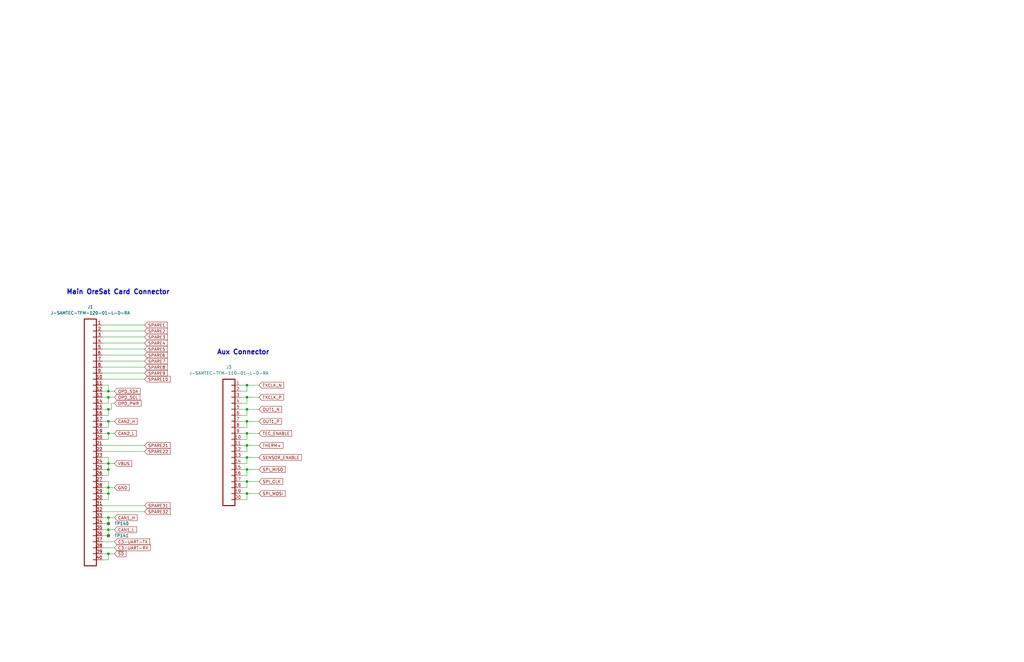
<source format=kicad_sch>
(kicad_sch (version 20230121) (generator eeschema)
  (paper "B")
  (lib_symbols
    (symbol "oresat-connectors:J-SAMTEC-TFM-110-01-L-D-RA" (pin_names hide)
      (property "Reference" "J" (at -2.54 53.34 0))
      (property "Value" "J-SAMTEC-TFM-110-01-L-D-RA" (at 0 -55.88 0))
      (symbol "J-SAMTEC-TFM-110-01-L-D-RA_0_1"
        (rectangle (start -2.54 50.8) (end 2.54 -2.54) (stroke (width 0.4)))
        (rectangle (start 2.413 0.127) (end 1.143 -0.127) (stroke (width 0.1524)))
        (rectangle (start 2.413 2.667) (end 1.143 2.413) (stroke (width 0.1524)))
        (rectangle (start 2.413 5.207) (end 1.143 4.953) (stroke (width 0.1524)))
        (rectangle (start 2.413 7.747) (end 1.143 7.493) (stroke (width 0.1524)))
        (rectangle (start 2.413 10.287) (end 1.143 10.033) (stroke (width 0.1524)))
        (rectangle (start 2.413 12.827) (end 1.143 12.573) (stroke (width 0.1524)))
        (rectangle (start 2.413 15.367) (end 1.143 15.113) (stroke (width 0.1524)))
        (rectangle (start 2.413 17.907) (end 1.143 17.653) (stroke (width 0.1524)))
        (rectangle (start 2.413 20.447) (end 1.143 20.193) (stroke (width 0.1524)))
        (rectangle (start 2.413 22.987) (end 1.143 22.733) (stroke (width 0.1524)))
        (rectangle (start 2.413 25.527) (end 1.143 25.273) (stroke (width 0.1524)))
        (rectangle (start 2.413 28.067) (end 1.143 27.813) (stroke (width 0.1524)))
        (rectangle (start 2.413 30.607) (end 1.143 30.353) (stroke (width 0.1524)))
        (rectangle (start 2.413 33.147) (end 1.143 32.893) (stroke (width 0.1524)))
        (rectangle (start 2.413 35.687) (end 1.143 35.433) (stroke (width 0.1524)))
        (rectangle (start 2.413 38.227) (end 1.143 37.973) (stroke (width 0.1524)))
        (rectangle (start 2.413 40.767) (end 1.143 40.513) (stroke (width 0.1524)))
        (rectangle (start 2.413 43.307) (end 1.143 43.053) (stroke (width 0.1524)))
        (rectangle (start 2.413 45.847) (end 1.143 45.593) (stroke (width 0.1524)))
        (rectangle (start 2.413 48.387) (end 1.143 48.133) (stroke (width 0.1524)))
      )
      (symbol "J-SAMTEC-TFM-110-01-L-D-RA_1_1"
        (pin passive line (at 5.08 48.26 180) (length 2.54) (name "") (number "1"))
        (pin passive line (at 5.08 25.4 180) (length 2.54) (name "") (number "10"))
        (pin passive line (at 5.08 22.86 180) (length 2.54) (name "") (number "11"))
        (pin passive line (at 5.08 20.32 180) (length 2.54) (name "") (number "12"))
        (pin passive line (at 5.08 17.78 180) (length 2.54) (name "") (number "13"))
        (pin passive line (at 5.08 15.24 180) (length 2.54) (name "") (number "14"))
        (pin passive line (at 5.08 12.7 180) (length 2.54) (name "") (number "15"))
        (pin passive line (at 5.08 10.16 180) (length 2.54) (name "") (number "16"))
        (pin passive line (at 5.08 7.62 180) (length 2.54) (name "") (number "17"))
        (pin passive line (at 5.08 5.08 180) (length 2.54) (name "") (number "18"))
        (pin passive line (at 5.08 2.54 180) (length 2.54) (name "") (number "19"))
        (pin passive line (at 5.08 45.72 180) (length 2.54) (name "") (number "2"))
        (pin passive line (at 5.08 0 180) (length 2.54) (name "") (number "20"))
        (pin passive line (at 5.08 43.18 180) (length 2.54) (name "") (number "3"))
        (pin passive line (at 5.08 40.64 180) (length 2.54) (name "") (number "4"))
        (pin passive line (at 5.08 38.1 180) (length 2.54) (name "") (number "5"))
        (pin passive line (at 5.08 35.56 180) (length 2.54) (name "") (number "6"))
        (pin passive line (at 5.08 33.02 180) (length 2.54) (name "") (number "7"))
        (pin passive line (at 5.08 30.48 180) (length 2.54) (name "") (number "8"))
        (pin passive line (at 5.08 27.94 180) (length 2.54) (name "") (number "9"))
      )
    )
    (symbol "oresat-connectors:J-SAMTEC-TFM-120-01-L-D-RA" (pin_names hide)
      (property "Reference" "J" (at -2.54 53.34 0))
      (property "Value" "J-SAMTEC-TFM-120-01-L-D-RA" (at 0 -55.88 0))
      (symbol "J-SAMTEC-TFM-120-01-L-D-RA_0_1"
        (rectangle (start -2.54 50.8) (end 2.54 -53.34) (stroke (width 0.4)))
        (rectangle (start 2.413 -50.673) (end 1.143 -50.927) (stroke (width 0.1524)))
        (rectangle (start 2.413 -48.133) (end 1.143 -48.387) (stroke (width 0.1524)))
        (rectangle (start 2.413 -45.593) (end 1.143 -45.847) (stroke (width 0.1524)))
        (rectangle (start 2.413 -43.053) (end 1.143 -43.307) (stroke (width 0.1524)))
        (rectangle (start 2.413 -40.513) (end 1.143 -40.767) (stroke (width 0.1524)))
        (rectangle (start 2.413 -37.973) (end 1.143 -38.227) (stroke (width 0.1524)))
        (rectangle (start 2.413 -35.433) (end 1.143 -35.687) (stroke (width 0.1524)))
        (rectangle (start 2.413 -32.893) (end 1.143 -33.147) (stroke (width 0.1524)))
        (rectangle (start 2.413 -30.353) (end 1.143 -30.607) (stroke (width 0.1524)))
        (rectangle (start 2.413 -27.813) (end 1.143 -28.067) (stroke (width 0.1524)))
        (rectangle (start 2.413 -25.273) (end 1.143 -25.527) (stroke (width 0.1524)))
        (rectangle (start 2.413 -22.733) (end 1.143 -22.987) (stroke (width 0.1524)))
        (rectangle (start 2.413 -20.193) (end 1.143 -20.447) (stroke (width 0.1524)))
        (rectangle (start 2.413 -17.653) (end 1.143 -17.907) (stroke (width 0.1524)))
        (rectangle (start 2.413 -15.113) (end 1.143 -15.367) (stroke (width 0.1524)))
        (rectangle (start 2.413 -12.573) (end 1.143 -12.827) (stroke (width 0.1524)))
        (rectangle (start 2.413 -10.033) (end 1.143 -10.287) (stroke (width 0.1524)))
        (rectangle (start 2.413 -7.493) (end 1.143 -7.747) (stroke (width 0.1524)))
        (rectangle (start 2.413 -4.953) (end 1.143 -5.207) (stroke (width 0.1524)))
        (rectangle (start 2.413 -2.413) (end 1.143 -2.667) (stroke (width 0.1524)))
        (rectangle (start 2.413 0.127) (end 1.143 -0.127) (stroke (width 0.1524)))
        (rectangle (start 2.413 2.667) (end 1.143 2.413) (stroke (width 0.1524)))
        (rectangle (start 2.413 5.207) (end 1.143 4.953) (stroke (width 0.1524)))
        (rectangle (start 2.413 7.747) (end 1.143 7.493) (stroke (width 0.1524)))
        (rectangle (start 2.413 10.287) (end 1.143 10.033) (stroke (width 0.1524)))
        (rectangle (start 2.413 12.827) (end 1.143 12.573) (stroke (width 0.1524)))
        (rectangle (start 2.413 15.367) (end 1.143 15.113) (stroke (width 0.1524)))
        (rectangle (start 2.413 17.907) (end 1.143 17.653) (stroke (width 0.1524)))
        (rectangle (start 2.413 20.447) (end 1.143 20.193) (stroke (width 0.1524)))
        (rectangle (start 2.413 22.987) (end 1.143 22.733) (stroke (width 0.1524)))
        (rectangle (start 2.413 25.527) (end 1.143 25.273) (stroke (width 0.1524)))
        (rectangle (start 2.413 28.067) (end 1.143 27.813) (stroke (width 0.1524)))
        (rectangle (start 2.413 30.607) (end 1.143 30.353) (stroke (width 0.1524)))
        (rectangle (start 2.413 33.147) (end 1.143 32.893) (stroke (width 0.1524)))
        (rectangle (start 2.413 35.687) (end 1.143 35.433) (stroke (width 0.1524)))
        (rectangle (start 2.413 38.227) (end 1.143 37.973) (stroke (width 0.1524)))
        (rectangle (start 2.413 40.767) (end 1.143 40.513) (stroke (width 0.1524)))
        (rectangle (start 2.413 43.307) (end 1.143 43.053) (stroke (width 0.1524)))
        (rectangle (start 2.413 45.847) (end 1.143 45.593) (stroke (width 0.1524)))
        (rectangle (start 2.413 48.387) (end 1.143 48.133) (stroke (width 0.1524)))
      )
      (symbol "J-SAMTEC-TFM-120-01-L-D-RA_1_1"
        (pin passive line (at 5.08 48.26 180) (length 2.54) (name "") (number "1"))
        (pin passive line (at 5.08 25.4 180) (length 2.54) (name "") (number "10"))
        (pin passive line (at 5.08 22.86 180) (length 2.54) (name "") (number "11"))
        (pin passive line (at 5.08 20.32 180) (length 2.54) (name "") (number "12"))
        (pin passive line (at 5.08 17.78 180) (length 2.54) (name "") (number "13"))
        (pin passive line (at 5.08 15.24 180) (length 2.54) (name "") (number "14"))
        (pin passive line (at 5.08 12.7 180) (length 2.54) (name "") (number "15"))
        (pin passive line (at 5.08 10.16 180) (length 2.54) (name "") (number "16"))
        (pin passive line (at 5.08 7.62 180) (length 2.54) (name "") (number "17"))
        (pin passive line (at 5.08 5.08 180) (length 2.54) (name "") (number "18"))
        (pin passive line (at 5.08 2.54 180) (length 2.54) (name "") (number "19"))
        (pin passive line (at 5.08 45.72 180) (length 2.54) (name "") (number "2"))
        (pin passive line (at 5.08 0 180) (length 2.54) (name "") (number "20"))
        (pin passive line (at 5.08 -2.54 180) (length 2.54) (name "") (number "21"))
        (pin passive line (at 5.08 -5.08 180) (length 2.54) (name "") (number "22"))
        (pin passive line (at 5.08 -7.62 180) (length 2.54) (name "") (number "23"))
        (pin passive line (at 5.08 -10.16 180) (length 2.54) (name "") (number "24"))
        (pin passive line (at 5.08 -12.7 180) (length 2.54) (name "") (number "25"))
        (pin passive line (at 5.08 -15.24 180) (length 2.54) (name "") (number "26"))
        (pin passive line (at 5.08 -17.78 180) (length 2.54) (name "") (number "27"))
        (pin passive line (at 5.08 -20.32 180) (length 2.54) (name "") (number "28"))
        (pin passive line (at 5.08 -22.86 180) (length 2.54) (name "") (number "29"))
        (pin passive line (at 5.08 43.18 180) (length 2.54) (name "") (number "3"))
        (pin passive line (at 5.08 -25.4 180) (length 2.54) (name "") (number "30"))
        (pin passive line (at 5.08 -27.94 180) (length 2.54) (name "") (number "31"))
        (pin passive line (at 5.08 -30.48 180) (length 2.54) (name "") (number "32"))
        (pin passive line (at 5.08 -33.02 180) (length 2.54) (name "") (number "33"))
        (pin passive line (at 5.08 -35.56 180) (length 2.54) (name "") (number "34"))
        (pin passive line (at 5.08 -38.1 180) (length 2.54) (name "") (number "35"))
        (pin passive line (at 5.08 -40.64 180) (length 2.54) (name "") (number "36"))
        (pin passive line (at 5.08 -43.18 180) (length 2.54) (name "") (number "37"))
        (pin passive line (at 5.08 -45.72 180) (length 2.54) (name "") (number "38"))
        (pin passive line (at 5.08 -48.26 180) (length 2.54) (name "") (number "39"))
        (pin passive line (at 5.08 40.64 180) (length 2.54) (name "") (number "4"))
        (pin passive line (at 5.08 -50.8 180) (length 2.54) (name "") (number "40"))
        (pin passive line (at 5.08 38.1 180) (length 2.54) (name "") (number "5"))
        (pin passive line (at 5.08 35.56 180) (length 2.54) (name "") (number "6"))
        (pin passive line (at 5.08 33.02 180) (length 2.54) (name "") (number "7"))
        (pin passive line (at 5.08 30.48 180) (length 2.54) (name "") (number "8"))
        (pin passive line (at 5.08 27.94 180) (length 2.54) (name "") (number "9"))
      )
    )
    (symbol "oresat-misc:TestPoint-MinTH" (pin_numbers hide) (pin_names (offset 0.762) hide)
      (property "Reference" "TP" (at 0 2.54 0))
      (symbol "TestPoint-MinTH_0_1"
        (circle (center 0 0) (radius 0.635) (fill (type background)))
      )
      (symbol "TestPoint-MinTH_1_1"
        (pin passive line (at 0 0 270) (length 0) (name "1") (number "1"))
      )
    )
  )
  (junction (at 45.72 167.64))
  (junction (at 45.72 220.98))
  (junction (at 104.14 208.28))
  (junction (at 104.14 193.04))
  (junction (at 45.72 177.8))
  (junction (at 104.14 187.96))
  (junction (at 45.72 233.68))
  (junction (at 104.14 167.64))
  (junction (at 104.14 203.2))
  (junction (at 45.72 195.58))
  (junction (at 104.14 162.56))
  (junction (at 104.14 198.12))
  (junction (at 45.72 226.06))
  (junction (at 45.72 165.1))
  (junction (at 45.72 172.72))
  (junction (at 45.72 182.88))
  (junction (at 104.14 172.72))
  (junction (at 45.72 205.74))
  (junction (at 45.72 218.44))
  (junction (at 104.14 177.8))
  (junction (at 45.72 223.52))
  (junction (at 104.14 182.88))
  (junction (at 45.72 208.28))
  (junction (at 45.72 198.12))
  (wire (pts (xy 45.72 167.64) (xy 48.26 167.64)))
  (wire (pts (xy 45.72 165.1) (xy 48.26 165.1)))
  (wire (pts (xy 104.14 180.34) (xy 104.14 177.8)))
  (wire (pts (xy 45.72 193.04) (xy 45.72 195.58)))
  (wire (pts (xy 45.72 177.8) (xy 48.26 177.8)))
  (wire (pts (xy 45.72 195.58) (xy 48.26 195.58)))
  (wire (pts (xy 45.72 185.42) (xy 45.72 182.88)))
  (wire (pts (xy 104.14 205.74) (xy 104.14 203.2)))
  (wire (pts (xy 104.14 190.5) (xy 104.14 187.96)))
  (wire (pts (xy 101.6 200.66) (xy 104.14 200.66)))
  (wire (pts (xy 43.18 185.42) (xy 45.72 185.42)))
  (wire (pts (xy 43.18 152.4) (xy 60.96 152.4)))
  (wire (pts (xy 104.14 193.04) (xy 109.22 193.04)))
  (wire (pts (xy 43.18 231.14) (xy 48.26 231.14)))
  (wire (pts (xy 104.14 162.56) (xy 101.6 162.56)))
  (wire (pts (xy 45.72 205.74) (xy 48.26 205.74)))
  (wire (pts (xy 45.72 220.98) (xy 45.72 218.44)))
  (wire (pts (xy 43.18 193.04) (xy 45.72 193.04)))
  (wire (pts (xy 43.18 175.26) (xy 45.72 175.26)))
  (wire (pts (xy 104.14 165.1) (xy 104.14 162.56)))
  (wire (pts (xy 104.14 162.56) (xy 109.22 162.56)))
  (wire (pts (xy 104.14 203.2) (xy 109.22 203.2)))
  (wire (pts (xy 45.72 226.06) (xy 45.72 223.52)))
  (wire (pts (xy 104.14 195.58) (xy 104.14 193.04)))
  (wire (pts (xy 43.18 226.06) (xy 45.72 226.06)))
  (wire (pts (xy 43.18 205.74) (xy 45.72 205.74)))
  (wire (pts (xy 43.18 137.16) (xy 60.96 137.16)))
  (wire (pts (xy 43.18 139.7) (xy 60.96 139.7)))
  (wire (pts (xy 43.18 215.9) (xy 60.96 215.9)))
  (wire (pts (xy 101.6 205.74) (xy 104.14 205.74)))
  (wire (pts (xy 101.6 195.58) (xy 104.14 195.58)))
  (wire (pts (xy 43.18 223.52) (xy 45.72 223.52)))
  (wire (pts (xy 101.6 190.5) (xy 104.14 190.5)))
  (wire (pts (xy 104.14 198.12) (xy 109.22 198.12)))
  (wire (pts (xy 45.72 200.66) (xy 45.72 198.12)))
  (wire (pts (xy 101.6 185.42) (xy 104.14 185.42)))
  (wire (pts (xy 45.72 198.12) (xy 43.18 198.12)))
  (wire (pts (xy 46.99 172.72) (xy 46.99 170.18)))
  (wire (pts (xy 104.14 177.8) (xy 109.22 177.8)))
  (wire (pts (xy 43.18 147.32) (xy 60.96 147.32)))
  (wire (pts (xy 104.14 182.88) (xy 109.22 182.88)))
  (wire (pts (xy 104.14 167.64) (xy 109.22 167.64)))
  (wire (pts (xy 45.72 223.52) (xy 48.26 223.52)))
  (wire (pts (xy 43.18 203.2) (xy 45.72 203.2)))
  (wire (pts (xy 101.6 210.82) (xy 104.14 210.82)))
  (wire (pts (xy 43.18 142.24) (xy 60.96 142.24)))
  (wire (pts (xy 45.72 203.2) (xy 45.72 205.74)))
  (wire (pts (xy 43.18 228.6) (xy 48.26 228.6)))
  (wire (pts (xy 43.18 160.02) (xy 60.96 160.02)))
  (wire (pts (xy 45.72 182.88) (xy 48.26 182.88)))
  (wire (pts (xy 104.14 187.96) (xy 109.22 187.96)))
  (wire (pts (xy 104.14 175.26) (xy 104.14 172.72)))
  (wire (pts (xy 101.6 177.8) (xy 104.14 177.8)))
  (wire (pts (xy 45.72 233.68) (xy 45.72 236.22)))
  (wire (pts (xy 45.72 195.58) (xy 45.72 198.12)))
  (wire (pts (xy 104.14 170.18) (xy 104.14 167.64)))
  (wire (pts (xy 45.72 208.28) (xy 43.18 208.28)))
  (wire (pts (xy 43.18 157.48) (xy 60.96 157.48)))
  (wire (pts (xy 43.18 195.58) (xy 45.72 195.58)))
  (wire (pts (xy 104.14 198.12) (xy 101.6 198.12)))
  (wire (pts (xy 43.18 190.5) (xy 60.96 190.5)))
  (wire (pts (xy 43.18 213.36) (xy 60.96 213.36)))
  (wire (pts (xy 43.18 220.98) (xy 45.72 220.98)))
  (wire (pts (xy 104.14 203.2) (xy 101.6 203.2)))
  (wire (pts (xy 45.72 205.74) (xy 45.72 208.28)))
  (wire (pts (xy 43.18 182.88) (xy 45.72 182.88)))
  (wire (pts (xy 104.14 210.82) (xy 104.14 208.28)))
  (wire (pts (xy 45.72 162.56) (xy 45.72 165.1)))
  (wire (pts (xy 46.99 170.18) (xy 48.26 170.18)))
  (wire (pts (xy 43.18 236.22) (xy 45.72 236.22)))
  (wire (pts (xy 104.14 200.66) (xy 104.14 198.12)))
  (wire (pts (xy 43.18 187.96) (xy 60.96 187.96)))
  (wire (pts (xy 43.18 170.18) (xy 45.72 170.18)))
  (wire (pts (xy 104.14 208.28) (xy 101.6 208.28)))
  (wire (pts (xy 101.6 165.1) (xy 104.14 165.1)))
  (wire (pts (xy 104.14 172.72) (xy 101.6 172.72)))
  (wire (pts (xy 104.14 172.72) (xy 109.22 172.72)))
  (wire (pts (xy 45.72 170.18) (xy 45.72 167.64)))
  (wire (pts (xy 45.72 180.34) (xy 45.72 177.8)))
  (wire (pts (xy 45.72 167.64) (xy 43.18 167.64)))
  (wire (pts (xy 43.18 177.8) (xy 45.72 177.8)))
  (wire (pts (xy 104.14 208.28) (xy 109.22 208.28)))
  (wire (pts (xy 43.18 200.66) (xy 45.72 200.66)))
  (wire (pts (xy 43.18 162.56) (xy 45.72 162.56)))
  (wire (pts (xy 104.14 182.88) (xy 101.6 182.88)))
  (wire (pts (xy 43.18 210.82) (xy 45.72 210.82)))
  (wire (pts (xy 104.14 193.04) (xy 101.6 193.04)))
  (wire (pts (xy 43.18 180.34) (xy 45.72 180.34)))
  (wire (pts (xy 43.18 144.78) (xy 60.96 144.78)))
  (wire (pts (xy 43.18 149.86) (xy 60.96 149.86)))
  (wire (pts (xy 43.18 165.1) (xy 45.72 165.1)))
  (wire (pts (xy 101.6 180.34) (xy 104.14 180.34)))
  (wire (pts (xy 45.72 218.44) (xy 48.26 218.44)))
  (wire (pts (xy 101.6 175.26) (xy 104.14 175.26)))
  (wire (pts (xy 43.18 172.72) (xy 45.72 172.72)))
  (wire (pts (xy 43.18 233.68) (xy 45.72 233.68)))
  (wire (pts (xy 43.18 154.94) (xy 60.96 154.94)))
  (wire (pts (xy 45.72 172.72) (xy 46.99 172.72)))
  (wire (pts (xy 101.6 170.18) (xy 104.14 170.18)))
  (wire (pts (xy 45.72 233.68) (xy 48.26 233.68)))
  (wire (pts (xy 104.14 185.42) (xy 104.14 182.88)))
  (wire (pts (xy 45.72 175.26) (xy 45.72 172.72)))
  (wire (pts (xy 104.14 167.64) (xy 101.6 167.64)))
  (wire (pts (xy 45.72 210.82) (xy 45.72 208.28)))
  (wire (pts (xy 43.18 218.44) (xy 45.72 218.44)))
  (wire (pts (xy 104.14 187.96) (xy 101.6 187.96)))
  (text "Main OreSat Card Connector" (at 27.94 124.46 0) (effects (font (size 2 2) (thickness 0.4) bold) (justify left bottom)))
  (text "Aux Connector" (at 91.44 149.86 0) (effects (font (size 2 2) (thickness 0.4) bold) (justify left bottom)))
  (global_label "SPARE2" (shape input) (at 60.96 139.7 0) (property "Intersheetrefs" "${INTERSHEET_REFS}" (effects hide)))
  (global_label "SPARE1" (shape input) (at 60.96 137.16 0) (property "Intersheetrefs" "${INTERSHEET_REFS}" (effects hide)))
  (global_label "SPARE6" (shape input) (at 60.96 149.86 0) (property "Intersheetrefs" "${INTERSHEET_REFS}" (effects hide)))
  (global_label "SPARE31" (shape input) (at 60.96 213.36 0) (property "Intersheetrefs" "${INTERSHEET_REFS}" (effects hide)))
  (global_label "SPARE10" (shape input) (at 60.96 160.02 0) (property "Intersheetrefs" "${INTERSHEET_REFS}" (effects hide)))
  (global_label "TXCLK_P" (shape input) (at 109.22 167.64 0) (property "Intersheetrefs" "${INTERSHEET_REFS}" (effects hide)))
  (global_label "CAN2_L" (shape input) (at 48.26 182.88 0) (property "Intersheetrefs" "${INTERSHEET_REFS}" (effects hide)))
  (global_label "SPARE32" (shape input) (at 60.96 215.9 0) (property "Intersheetrefs" "${INTERSHEET_REFS}" (effects hide)))
  (global_label "OUT1_P" (shape input) (at 109.22 177.8 0) (property "Intersheetrefs" "${INTERSHEET_REFS}" (effects hide)))
  (global_label "SPI_MOSI" (shape input) (at 109.22 208.28 0) (property "Intersheetrefs" "${INTERSHEET_REFS}" (effects hide)))
  (global_label "SPARE4" (shape input) (at 60.96 144.78 0) (property "Intersheetrefs" "${INTERSHEET_REFS}" (effects hide)))
  (global_label "OUT1_N" (shape input) (at 109.22 172.72 0) (property "Intersheetrefs" "${INTERSHEET_REFS}" (effects hide)))
  (global_label "SPI_CLK" (shape input) (at 109.22 203.2 0) (property "Intersheetrefs" "${INTERSHEET_REFS}" (effects hide)))
  (global_label "SPARE8" (shape input) (at 60.96 154.94 0) (property "Intersheetrefs" "${INTERSHEET_REFS}" (effects hide)))
  (global_label "TEC_ENABLE" (shape input) (at 109.22 182.88 0) (property "Intersheetrefs" "${INTERSHEET_REFS}" (effects hide)))
  (global_label "SPARE5" (shape input) (at 60.96 147.32 0) (property "Intersheetrefs" "${INTERSHEET_REFS}" (effects hide)))
  (global_label "SPARE22" (shape input) (at 60.96 190.5 0) (property "Intersheetrefs" "${INTERSHEET_REFS}" (effects hide)))
  (global_label "TXCLK_N" (shape input) (at 109.22 162.56 0) (property "Intersheetrefs" "${INTERSHEET_REFS}" (effects hide)))
  (global_label "CAN1_L" (shape input) (at 48.26 223.52 0) (property "Intersheetrefs" "${INTERSHEET_REFS}" (effects hide)))
  (global_label "C3-UART-TX" (shape input) (at 48.26 228.6 0) (property "Intersheetrefs" "${INTERSHEET_REFS}" (effects hide)))
  (global_label "OPD_PWR" (shape input) (at 48.26 170.18 0) (property "Intersheetrefs" "${INTERSHEET_REFS}" (effects hide)))
  (global_label "SPARE21" (shape input) (at 60.96 187.96 0) (property "Intersheetrefs" "${INTERSHEET_REFS}" (effects hide)))
  (global_label "OPD_SDA" (shape input) (at 48.26 165.1 0) (property "Intersheetrefs" "${INTERSHEET_REFS}" (effects hide)))
  (global_label "~{SD}" (shape input) (at 48.26 233.68 0) (property "Intersheetrefs" "${INTERSHEET_REFS}" (effects hide)))
  (global_label "CAN1_H" (shape input) (at 48.26 218.44 0) (property "Intersheetrefs" "${INTERSHEET_REFS}" (effects hide)))
  (global_label "SPI_MISO" (shape input) (at 109.22 198.12 0) (property "Intersheetrefs" "${INTERSHEET_REFS}" (effects hide)))
  (global_label "OPD_SCL" (shape input) (at 48.26 167.64 0) (property "Intersheetrefs" "${INTERSHEET_REFS}" (effects hide)))
  (global_label "C3-UART-RX" (shape input) (at 48.26 231.14 0) (property "Intersheetrefs" "${INTERSHEET_REFS}" (effects hide)))
  (global_label "GND" (shape input) (at 48.26 205.74 0) (property "Intersheetrefs" "${INTERSHEET_REFS}" (effects hide)))
  (global_label "SPARE9" (shape input) (at 60.96 157.48 0) (property "Intersheetrefs" "${INTERSHEET_REFS}" (effects hide)))
  (global_label "SENSOR_ENABLE" (shape input) (at 109.22 193.04 0) (property "Intersheetrefs" "${INTERSHEET_REFS}" (effects hide)))
  (global_label "SPARE3" (shape input) (at 60.96 142.24 0) (property "Intersheetrefs" "${INTERSHEET_REFS}" (effects hide)))
  (global_label "VBUS" (shape input) (at 48.26 195.58 0) (property "Intersheetrefs" "${INTERSHEET_REFS}" (effects hide)))
  (global_label "CAN2_H" (shape input) (at 48.26 177.8 0) (property "Intersheetrefs" "${INTERSHEET_REFS}" (effects hide)))
  (global_label "SPARE7" (shape input) (at 60.96 152.4 0) (property "Intersheetrefs" "${INTERSHEET_REFS}" (effects hide)))
  (global_label "THERM+" (shape input) (at 109.22 187.96 0) (property "Intersheetrefs" "${INTERSHEET_REFS}" (effects hide)))
  (symbol (lib_id "oresat-misc:TestPoint-MinTH") (at 45.72 220.98 270) (unit 1)
    (property "Reference" "TP140" (at 48.26 220.98 90) (effects (justify left)))
    (property "Value" "TestPoint-MinTH" (effects hide))
    (property "Footprint" "oresat-misc:TestPoint-MinTH" (effects hide))
  )
  (symbol (lib_id "oresat-connectors:J-SAMTEC-TFM-110-01-L-D-RA") (at 96.52 210.82 0) (unit 1)
    (property "Reference" "J3" (at 96.52 154.94 0))
    (property "Value" "J-SAMTEC-TFM-110-01-L-D-RA" (at 96.52 157.48 0))
    (property "Footprint" "oresat-connectors:J-SAMTEC-TFM-110-X1-XXX-D-RA" (effects hide))
    (property "Datasheet" "https://suddendocs.samtec.com/catalog_english/tfm.pdf" (effects hide))
    (property "DIST" "Digikey" (effects hide))
    (property "DPN" "SAM10113-ND" (effects hide))
    (property "MFR" "SAMTEC" (effects hide))
    (property "MPN" "TFM-110-01-L-D-RA" (effects hide))
  )
  (symbol (lib_id "oresat-connectors:J-SAMTEC-TFM-120-01-L-D-RA") (at 38.1 185.42 0) (unit 1)
    (property "Reference" "J1" (at 38.1 129.54 0))
    (property "Value" "J-SAMTEC-TFM-120-01-L-D-RA" (at 38.1 132.08 0))
    (property "Footprint" "oresat-connectors:J-SAMTEC-TFM-120-X1-XXX-D-RA" (effects hide))
  )
  (symbol (lib_id "oresat-misc:TestPoint-MinTH") (at 45.72 226.06 270) (unit 1)
    (property "Reference" "TP141" (at 48.26 226.06 90) (effects (justify left)))
    (property "Value" "TestPoint-MinTH" (effects hide))
    (property "Footprint" "oresat-misc:TestPoint-MinTH" (effects hide))
  )
)
</source>
